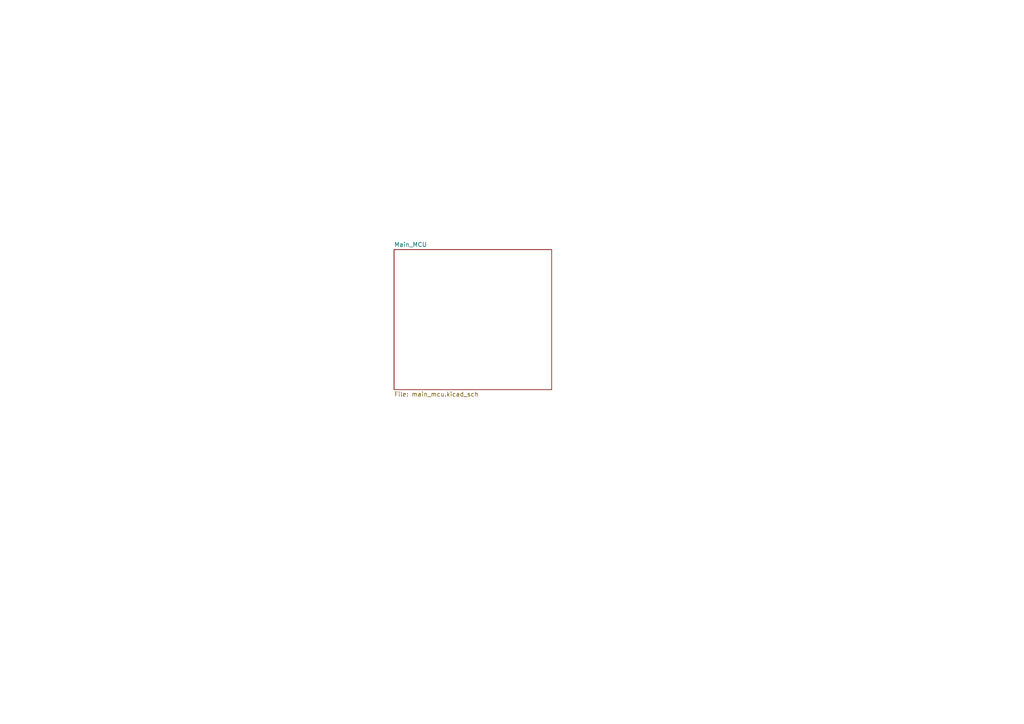
<source format=kicad_sch>
(kicad_sch
	(version 20231120)
	(generator "eeschema")
	(generator_version "8.0")
	(uuid "ab11133b-b546-4233-b741-8575932eb964")
	(paper "A4")
	(title_block
		(title "Development Board")
		(company "Helena Hounds")
	)
	(lib_symbols)
	(sheet
		(at 114.3 72.39)
		(size 45.72 40.64)
		(fields_autoplaced yes)
		(stroke
			(width 0.1524)
			(type solid)
		)
		(fill
			(color 0 0 0 0.0000)
		)
		(uuid "a553a54a-fe04-4dc9-a113-d63ce7e5925c")
		(property "Sheetname" "Main_MCU"
			(at 114.3 71.6784 0)
			(effects
				(font
					(size 1.27 1.27)
				)
				(justify left bottom)
			)
		)
		(property "Sheetfile" "main_mcu.kicad_sch"
			(at 114.3 113.6146 0)
			(effects
				(font
					(size 1.27 1.27)
				)
				(justify left top)
			)
		)
		(instances
			(project "Dev_Board"
				(path "/ab11133b-b546-4233-b741-8575932eb964"
					(page "2")
				)
			)
		)
	)
	(sheet_instances
		(path "/"
			(page "1")
		)
	)
)

</source>
